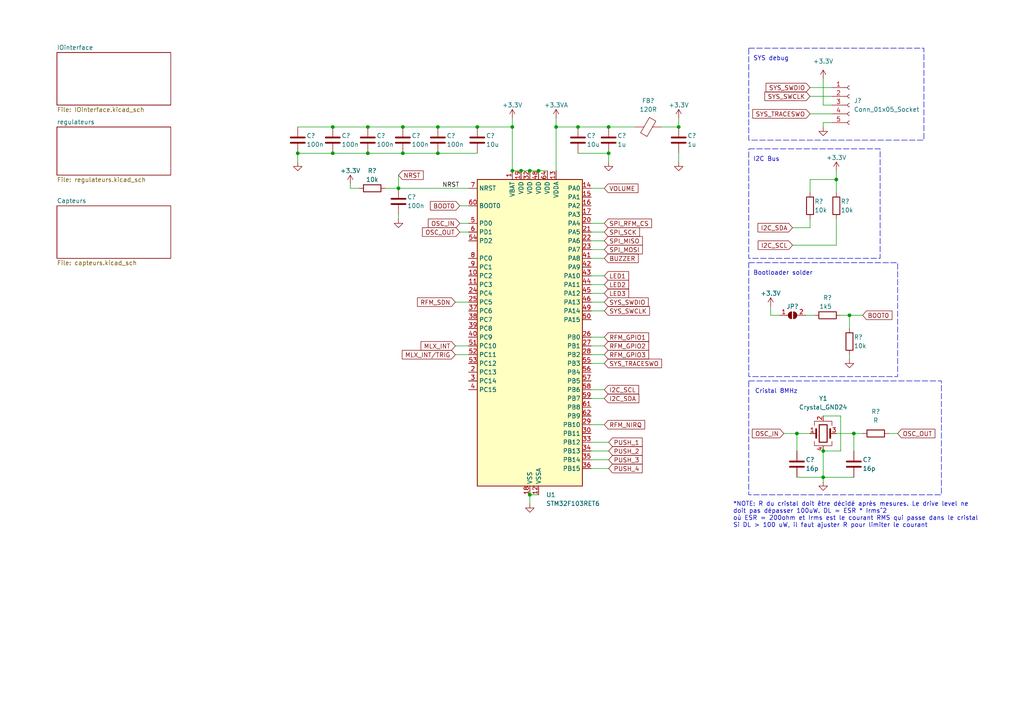
<source format=kicad_sch>
(kicad_sch (version 20231120) (generator "eeschema") (generator_version "8.0")
  (paper "A4")
  (lib_symbols
    (symbol "Connector:Conn_01x05_Socket" (pin_names (offset 1.016) hide)
      (property "Reference" "J" (at 0 7.62 0))
      (property "Value" "Conn_01x05_Socket" (at 0 -7.62 0))
      (symbol "Conn_01x05_Socket_1_1"
        (arc (start 0 -4.572) (mid -0.5058 -5.08) (end 0 -5.588) (stroke (width 0.1524)))
        (arc (start 0 -2.032) (mid -0.5058 -2.54) (end 0 -3.048) (stroke (width 0.1524)))
        (polyline (pts (xy -1.27 -5.08) (xy -0.508 -5.08)) (stroke (width 0.1524)))
        (polyline (pts (xy -1.27 -2.54) (xy -0.508 -2.54)) (stroke (width 0.1524)))
        (polyline (pts (xy -1.27 0) (xy -0.508 0)) (stroke (width 0.1524)))
        (polyline (pts (xy -1.27 2.54) (xy -0.508 2.54)) (stroke (width 0.1524)))
        (polyline (pts (xy -1.27 5.08) (xy -0.508 5.08)) (stroke (width 0.1524)))
        (arc (start 0 0.508) (mid -0.5058 0) (end 0 -0.508) (stroke (width 0.1524)))
        (arc (start 0 3.048) (mid -0.5058 2.54) (end 0 2.032) (stroke (width 0.1524)))
        (arc (start 0 5.588) (mid -0.5058 5.08) (end 0 4.572) (stroke (width 0.1524)))
        (pin passive line (at -5.08 5.08 0) (length 3.81) (name "Pin_1") (number "1"))
        (pin passive line (at -5.08 2.54 0) (length 3.81) (name "Pin_2") (number "2"))
        (pin passive line (at -5.08 0 0) (length 3.81) (name "Pin_3") (number "3"))
        (pin passive line (at -5.08 -2.54 0) (length 3.81) (name "Pin_4") (number "4"))
        (pin passive line (at -5.08 -5.08 0) (length 3.81) (name "Pin_5") (number "5"))
      )
    )
    (symbol "Device:C" (pin_numbers hide) (pin_names (offset 0.254))
      (property "Reference" "C" (at 0.635 2.54 0))
      (property "Value" "C" (at 0.635 -2.54 0))
      (symbol "C_0_1"
        (polyline (pts (xy -2.032 -0.762) (xy 2.032 -0.762)) (stroke (width 0.508)))
        (polyline (pts (xy -2.032 0.762) (xy 2.032 0.762)) (stroke (width 0.508)))
      )
      (symbol "C_1_1"
        (pin passive line (at 0 3.81 270) (length 2.794) (name "~") (number "1"))
        (pin passive line (at 0 -3.81 90) (length 2.794) (name "~") (number "2"))
      )
    )
    (symbol "Device:Crystal_GND24" (pin_names (offset 1.016) hide)
      (property "Reference" "Y" (at 3.175 5.08 0))
      (property "Value" "Crystal_GND24" (at 3.175 3.175 0))
      (symbol "Crystal_GND24_0_1"
        (rectangle (start -1.143 2.54) (end 1.143 -2.54) (stroke (width 0.3048)))
        (polyline (pts (xy -2.54 0) (xy -2.032 0)))
        (polyline (pts (xy -2.032 -1.27) (xy -2.032 1.27)) (stroke (width 0.508)))
        (polyline (pts (xy 0 -3.81) (xy 0 -3.556)))
        (polyline (pts (xy 0 3.556) (xy 0 3.81)))
        (polyline (pts (xy 2.032 -1.27) (xy 2.032 1.27)) (stroke (width 0.508)))
        (polyline (pts (xy 2.032 0) (xy 2.54 0)))
        (polyline (pts (xy -2.54 -2.286) (xy -2.54 -3.556) (xy 2.54 -3.556) (xy 2.54 -2.286)))
        (polyline (pts (xy -2.54 2.286) (xy -2.54 3.556) (xy 2.54 3.556) (xy 2.54 2.286)))
      )
      (symbol "Crystal_GND24_1_1"
        (pin passive line (at -3.81 0 0) (length 1.27) (name "1") (number "1"))
        (pin passive line (at 0 5.08 270) (length 1.27) (name "2") (number "2"))
        (pin passive line (at 3.81 0 180) (length 1.27) (name "3") (number "3"))
        (pin passive line (at 0 -5.08 90) (length 1.27) (name "4") (number "4"))
      )
    )
    (symbol "Device:FerriteBead" (pin_numbers hide) (pin_names (offset 0))
      (property "Reference" "FB" (at -3.81 0.635 90))
      (property "Value" "FerriteBead" (at 3.81 0 90))
      (symbol "FerriteBead_0_1"
        (polyline (pts (xy 0 -1.27) (xy 0 -1.2192)))
        (polyline (pts (xy 0 1.27) (xy 0 1.2954)))
        (polyline (pts (xy -2.7686 0.4064) (xy -1.7018 2.2606) (xy 2.7686 -0.3048) (xy 1.6764 -2.159) (xy -2.7686 0.4064)))
      )
      (symbol "FerriteBead_1_1"
        (pin passive line (at 0 3.81 270) (length 2.54) (name "~") (number "1"))
        (pin passive line (at 0 -3.81 90) (length 2.54) (name "~") (number "2"))
      )
    )
    (symbol "Device:R" (pin_numbers hide) (pin_names (offset 0))
      (property "Reference" "R" (at 2.032 0 90))
      (property "Value" "R" (at 0 0 90))
      (symbol "R_0_1"
        (rectangle (start -1.016 -2.54) (end 1.016 2.54) (stroke (width 0.254)))
      )
      (symbol "R_1_1"
        (pin passive line (at 0 3.81 270) (length 1.27) (name "~") (number "1"))
        (pin passive line (at 0 -3.81 90) (length 1.27) (name "~") (number "2"))
      )
    )
    (symbol "Jumper:SolderJumper_2_Open" (pin_names (offset 0) hide)
      (property "Reference" "JP" (at 0 2.032 0))
      (property "Value" "SolderJumper_2_Open" (at 0 -2.54 0))
      (symbol "SolderJumper_2_Open_0_1"
        (arc (start -0.254 1.016) (mid -1.2656 0) (end -0.254 -1.016))
        (arc (start -0.254 1.016) (mid -1.2656 0) (end -0.254 -1.016) (fill (type outline)))
        (polyline (pts (xy -0.254 1.016) (xy -0.254 -1.016)))
        (polyline (pts (xy 0.254 1.016) (xy 0.254 -1.016)))
        (arc (start 0.254 -1.016) (mid 1.2656 0) (end 0.254 1.016))
        (arc (start 0.254 -1.016) (mid 1.2656 0) (end 0.254 1.016) (fill (type outline)))
      )
      (symbol "SolderJumper_2_Open_1_1"
        (pin passive line (at -3.81 0 0) (length 2.54) (name "A") (number "1"))
        (pin passive line (at 3.81 0 180) (length 2.54) (name "B") (number "2"))
      )
    )
    (symbol "power:+3.3V" (power) (pin_names (offset 0))
      (property "Value" "+3.3V" (at 0 3.556 0))
      (symbol "+3.3V_0_1"
        (polyline (pts (xy -0.762 1.27) (xy 0 2.54)))
        (polyline (pts (xy 0 0) (xy 0 2.54)))
        (polyline (pts (xy 0 2.54) (xy 0.762 1.27)))
      )
      (symbol "+3.3V_1_1"
        (pin power_in line (at 0 0 90) (length 0) hide (name "+3.3V") (number "1"))
      )
    )
    (symbol "power:+3.3VA" (power) (pin_names (offset 0))
      (property "Value" "+3.3VA" (at 0 3.556 0))
      (symbol "+3.3VA_0_1"
        (polyline (pts (xy -0.762 1.27) (xy 0 2.54)))
        (polyline (pts (xy 0 0) (xy 0 2.54)))
        (polyline (pts (xy 0 2.54) (xy 0.762 1.27)))
      )
      (symbol "+3.3VA_1_1"
        (pin power_in line (at 0 0 90) (length 0) hide (name "+3.3VA") (number "1"))
      )
    )
    (symbol "power:GND" (power) (pin_names (offset 0))
      (property "Value" "GND" (at 0 -3.81 0))
      (symbol "GND_0_1"
        (polyline (pts (xy 0 0) (xy 0 -1.27) (xy 1.27 -1.27) (xy 0 -2.54) (xy -1.27 -1.27) (xy 0 -1.27)))
      )
      (symbol "GND_1_1"
        (pin power_in line (at 0 0 270) (length 0) hide (name "GND") (number "1"))
      )
    )
    (symbol "symbol-receiver:STM32F103RET6"
      (property "Reference" "U" (at -15.24 46.99 0))
      (property "Value" "STM32F103RET6" (at 10.16 46.99 0))
      (symbol "STM32F103RET6_0_1"
        (rectangle (start -15.24 -43.18) (end 15.24 45.72) (stroke (width 0.254)) (fill (type background)))
      )
      (symbol "STM32F103RET6_1_1"
        (pin power_in line (at -5.08 48.26 270) (length 2.54) (name "VBAT") (number "1"))
        (pin bidirectional line (at -17.78 17.78 0) (length 2.54) (name "PC2") (number "10"))
        (pin bidirectional line (at -17.78 15.24 0) (length 2.54) (name "PC3") (number "11"))
        (pin power_in line (at 2.54 -45.72 90) (length 2.54) (name "VSSA") (number "12"))
        (pin power_in line (at 7.62 48.26 270) (length 2.54) (name "VDDA") (number "13"))
        (pin bidirectional line (at 17.78 43.18 180) (length 2.54) (name "PA0") (number "14"))
        (pin bidirectional line (at 17.78 40.64 180) (length 2.54) (name "PA1") (number "15"))
        (pin bidirectional line (at 17.78 38.1 180) (length 2.54) (name "PA2") (number "16"))
        (pin bidirectional line (at 17.78 35.56 180) (length 2.54) (name "PA3") (number "17"))
        (pin power_in line (at 0 -45.72 90) (length 2.54) (name "VSS") (number "18"))
        (pin power_in line (at -2.54 48.26 270) (length 2.54) (name "VDD") (number "19"))
        (pin bidirectional line (at -17.78 -10.16 0) (length 2.54) (name "PC13") (number "2"))
        (pin bidirectional line (at 17.78 33.02 180) (length 2.54) (name "PA4") (number "20"))
        (pin bidirectional line (at 17.78 30.48 180) (length 2.54) (name "PA5") (number "21"))
        (pin bidirectional line (at 17.78 27.94 180) (length 2.54) (name "PA6") (number "22"))
        (pin bidirectional line (at 17.78 25.4 180) (length 2.54) (name "PA7") (number "23"))
        (pin bidirectional line (at -17.78 12.7 0) (length 2.54) (name "PC4") (number "24"))
        (pin bidirectional line (at -17.78 10.16 0) (length 2.54) (name "PC5") (number "25"))
        (pin bidirectional line (at 17.78 0 180) (length 2.54) (name "PB0") (number "26"))
        (pin bidirectional line (at 17.78 -2.54 180) (length 2.54) (name "PB1") (number "27"))
        (pin bidirectional line (at 17.78 -5.08 180) (length 2.54) (name "PB2") (number "28"))
        (pin bidirectional line (at 17.78 -25.4 180) (length 2.54) (name "PB10") (number "29"))
        (pin bidirectional line (at -17.78 -12.7 0) (length 2.54) (name "PC14") (number "3"))
        (pin bidirectional line (at 17.78 -27.94 180) (length 2.54) (name "PB11") (number "30"))
        (pin passive line (at 0 -45.72 90) (length 2.54) hide (name "VSS") (number "31"))
        (pin power_in line (at 0 48.26 270) (length 2.54) (name "VDD") (number "32"))
        (pin bidirectional line (at 17.78 -30.48 180) (length 2.54) (name "PB12") (number "33"))
        (pin bidirectional line (at 17.78 -33.02 180) (length 2.54) (name "PB13") (number "34"))
        (pin bidirectional line (at 17.78 -35.56 180) (length 2.54) (name "PB14") (number "35"))
        (pin bidirectional line (at 17.78 -38.1 180) (length 2.54) (name "PB15") (number "36"))
        (pin bidirectional line (at -17.78 7.62 0) (length 2.54) (name "PC6") (number "37"))
        (pin bidirectional line (at -17.78 5.08 0) (length 2.54) (name "PC7") (number "38"))
        (pin bidirectional line (at -17.78 2.54 0) (length 2.54) (name "PC8") (number "39"))
        (pin bidirectional line (at -17.78 -15.24 0) (length 2.54) (name "PC15") (number "4"))
        (pin bidirectional line (at -17.78 0 0) (length 2.54) (name "PC9") (number "40"))
        (pin bidirectional line (at 17.78 22.86 180) (length 2.54) (name "PA8") (number "41"))
        (pin bidirectional line (at 17.78 20.32 180) (length 2.54) (name "PA9") (number "42"))
        (pin bidirectional line (at 17.78 17.78 180) (length 2.54) (name "PA10") (number "43"))
        (pin bidirectional line (at 17.78 15.24 180) (length 2.54) (name "PA11") (number "44"))
        (pin bidirectional line (at 17.78 12.7 180) (length 2.54) (name "PA12") (number "45"))
        (pin bidirectional line (at 17.78 10.16 180) (length 2.54) (name "PA13") (number "46"))
        (pin passive line (at 0 -45.72 90) (length 2.54) hide (name "VSS") (number "47"))
        (pin power_in line (at 2.54 48.26 270) (length 2.54) (name "VDD") (number "48"))
        (pin bidirectional line (at 17.78 7.62 180) (length 2.54) (name "PA14") (number "49"))
        (pin bidirectional line (at -17.78 33.02 0) (length 2.54) (name "PD0") (number "5"))
        (pin bidirectional line (at 17.78 5.08 180) (length 2.54) (name "PA15") (number "50"))
        (pin bidirectional line (at -17.78 -2.54 0) (length 2.54) (name "PC10") (number "51"))
        (pin bidirectional line (at -17.78 -5.08 0) (length 2.54) (name "PC11") (number "52"))
        (pin bidirectional line (at -17.78 -7.62 0) (length 2.54) (name "PC12") (number "53"))
        (pin bidirectional line (at -17.78 27.94 0) (length 2.54) (name "PD2") (number "54"))
        (pin bidirectional line (at 17.78 -7.62 180) (length 2.54) (name "PB3") (number "55"))
        (pin bidirectional line (at 17.78 -10.16 180) (length 2.54) (name "PB4") (number "56"))
        (pin bidirectional line (at 17.78 -12.7 180) (length 2.54) (name "PB5") (number "57"))
        (pin bidirectional line (at 17.78 -15.24 180) (length 2.54) (name "PB6") (number "58"))
        (pin bidirectional line (at 17.78 -17.78 180) (length 2.54) (name "PB7") (number "59"))
        (pin bidirectional line (at -17.78 30.48 0) (length 2.54) (name "PD1") (number "6"))
        (pin input line (at -17.78 38.1 0) (length 2.54) (name "BOOT0") (number "60"))
        (pin bidirectional line (at 17.78 -20.32 180) (length 2.54) (name "PB8") (number "61"))
        (pin bidirectional line (at 17.78 -22.86 180) (length 2.54) (name "PB9") (number "62"))
        (pin passive line (at 0 -45.72 90) (length 2.54) hide (name "VSS") (number "63"))
        (pin power_in line (at 5.08 48.26 270) (length 2.54) (name "VDD") (number "64"))
        (pin input line (at -17.78 43.18 0) (length 2.54) (name "NRST") (number "7"))
        (pin bidirectional line (at -17.78 22.86 0) (length 2.54) (name "PC0") (number "8"))
        (pin bidirectional line (at -17.78 20.32 0) (length 2.54) (name "PC1") (number "9"))
      )
    )
  )
  (junction (at 106.68 36.83))
  (junction (at 176.53 36.83))
  (junction (at 156.21 49.53))
  (junction (at 148.59 36.83))
  (junction (at 231.14 125.73))
  (junction (at 246.38 91.44))
  (junction (at 96.52 36.83))
  (junction (at 161.29 36.83))
  (junction (at 153.67 143.51))
  (junction (at 116.84 44.45))
  (junction (at 96.52 44.45))
  (junction (at 148.59 49.53))
  (junction (at 86.36 44.45))
  (junction (at 116.84 36.83))
  (junction (at 242.57 52.07))
  (junction (at 106.68 44.45))
  (junction (at 151.13 49.53))
  (junction (at 127 44.45))
  (junction (at 247.65 125.73))
  (junction (at 115.57 54.61))
  (junction (at 238.76 130.81))
  (junction (at 196.85 36.83))
  (junction (at 238.76 138.43))
  (junction (at 138.43 36.83))
  (junction (at 167.64 36.83))
  (junction (at 153.67 49.53))
  (junction (at 176.53 44.45))
  (junction (at 127 36.83))
  (wire (pts (xy 132.08 100.33) (xy 135.89 100.33)))
  (wire (pts (xy 153.67 49.53) (xy 156.21 49.53)))
  (wire (pts (xy 86.36 44.45) (xy 86.36 46.99)))
  (wire (pts (xy 167.64 36.83) (xy 176.53 36.83)))
  (wire (pts (xy 246.38 102.87) (xy 246.38 104.14)))
  (wire (pts (xy 191.77 36.83) (xy 196.85 36.83)))
  (wire (pts (xy 101.6 54.61) (xy 104.14 54.61)))
  (wire (pts (xy 171.45 135.89) (xy 176.53 135.89)))
  (wire (pts (xy 238.76 138.43) (xy 238.76 130.81)))
  (wire (pts (xy 241.3 30.48) (xy 238.76 30.48)))
  (wire (pts (xy 176.53 36.83) (xy 184.15 36.83)))
  (wire (pts (xy 238.76 120.65) (xy 243.84 120.65)))
  (wire (pts (xy 238.76 36.83) (xy 238.76 35.56)))
  (wire (pts (xy 151.13 49.53) (xy 153.67 49.53)))
  (wire (pts (xy 223.52 91.44) (xy 226.06 91.44)))
  (wire (pts (xy 161.29 36.83) (xy 161.29 49.53)))
  (wire (pts (xy 234.95 52.07) (xy 242.57 52.07)))
  (wire (pts (xy 238.76 139.7) (xy 238.76 138.43)))
  (wire (pts (xy 138.43 36.83) (xy 148.59 36.83)))
  (wire (pts (xy 246.38 91.44) (xy 246.38 95.25)))
  (wire (pts (xy 171.45 90.17) (xy 175.26 90.17)))
  (wire (pts (xy 153.67 143.51) (xy 153.67 146.05)))
  (wire (pts (xy 246.38 91.44) (xy 250.19 91.44)))
  (wire (pts (xy 171.45 85.09) (xy 175.26 85.09)))
  (wire (pts (xy 231.14 138.43) (xy 238.76 138.43)))
  (wire (pts (xy 171.45 100.33) (xy 175.26 100.33)))
  (wire (pts (xy 116.84 36.83) (xy 127 36.83)))
  (wire (pts (xy 171.45 64.77) (xy 175.26 64.77)))
  (wire (pts (xy 196.85 34.29) (xy 196.85 36.83)))
  (wire (pts (xy 116.84 44.45) (xy 106.68 44.45)))
  (wire (pts (xy 247.65 125.73) (xy 247.65 130.81)))
  (wire (pts (xy 234.95 25.4) (xy 241.3 25.4)))
  (wire (pts (xy 135.89 64.77) (xy 133.35 64.77)))
  (wire (pts (xy 171.45 97.79) (xy 175.26 97.79)))
  (wire (pts (xy 243.84 120.65) (xy 243.84 130.81)))
  (wire (pts (xy 171.45 67.31) (xy 175.26 67.31)))
  (wire (pts (xy 171.45 54.61) (xy 175.26 54.61)))
  (wire (pts (xy 231.14 125.73) (xy 234.95 125.73)))
  (wire (pts (xy 171.45 82.55) (xy 175.26 82.55)))
  (wire (pts (xy 115.57 50.8) (xy 115.57 54.61)))
  (wire (pts (xy 176.53 44.45) (xy 176.53 46.99)))
  (wire (pts (xy 127 36.83) (xy 138.43 36.83)))
  (wire (pts (xy 171.45 74.93) (xy 175.26 74.93)))
  (wire (pts (xy 111.76 54.61) (xy 115.57 54.61)))
  (wire (pts (xy 238.76 35.56) (xy 241.3 35.56)))
  (wire (pts (xy 242.57 49.53) (xy 242.57 52.07)))
  (wire (pts (xy 161.29 34.29) (xy 161.29 36.83)))
  (wire (pts (xy 229.87 71.12) (xy 242.57 71.12)))
  (wire (pts (xy 138.43 44.45) (xy 127 44.45)))
  (wire (pts (xy 233.68 91.44) (xy 236.22 91.44)))
  (wire (pts (xy 133.35 67.31) (xy 135.89 67.31)))
  (wire (pts (xy 238.76 138.43) (xy 247.65 138.43)))
  (wire (pts (xy 229.87 66.04) (xy 234.95 66.04)))
  (wire (pts (xy 223.52 88.9) (xy 223.52 91.44)))
  (wire (pts (xy 106.68 44.45) (xy 96.52 44.45)))
  (wire (pts (xy 132.08 102.87) (xy 135.89 102.87)))
  (wire (pts (xy 171.45 72.39) (xy 175.26 72.39)))
  (wire (pts (xy 148.59 34.29) (xy 148.59 36.83)))
  (wire (pts (xy 133.35 59.69) (xy 135.89 59.69)))
  (wire (pts (xy 171.45 80.01) (xy 175.26 80.01)))
  (wire (pts (xy 86.36 36.83) (xy 96.52 36.83)))
  (wire (pts (xy 234.95 33.02) (xy 241.3 33.02)))
  (wire (pts (xy 156.21 49.53) (xy 158.75 49.53)))
  (wire (pts (xy 171.45 130.81) (xy 176.53 130.81)))
  (wire (pts (xy 231.14 125.73) (xy 231.14 130.81)))
  (wire (pts (xy 171.45 105.41) (xy 175.26 105.41)))
  (wire (pts (xy 171.45 128.27) (xy 176.53 128.27)))
  (wire (pts (xy 243.84 91.44) (xy 246.38 91.44)))
  (wire (pts (xy 101.6 53.34) (xy 101.6 54.61)))
  (wire (pts (xy 242.57 52.07) (xy 242.57 55.88)))
  (wire (pts (xy 96.52 36.83) (xy 106.68 36.83)))
  (wire (pts (xy 171.45 133.35) (xy 176.53 133.35)))
  (wire (pts (xy 257.81 125.73) (xy 260.35 125.73)))
  (wire (pts (xy 115.57 54.61) (xy 135.89 54.61)))
  (wire (pts (xy 171.45 102.87) (xy 175.26 102.87)))
  (wire (pts (xy 153.67 143.51) (xy 156.21 143.51)))
  (wire (pts (xy 132.08 87.63) (xy 135.89 87.63)))
  (wire (pts (xy 234.95 27.94) (xy 241.3 27.94)))
  (wire (pts (xy 148.59 36.83) (xy 148.59 49.53)))
  (wire (pts (xy 238.76 22.86) (xy 238.76 30.48)))
  (wire (pts (xy 171.45 113.03) (xy 175.26 113.03)))
  (wire (pts (xy 171.45 69.85) (xy 175.26 69.85)))
  (wire (pts (xy 96.52 44.45) (xy 86.36 44.45)))
  (wire (pts (xy 161.29 36.83) (xy 167.64 36.83)))
  (wire (pts (xy 148.59 49.53) (xy 151.13 49.53)))
  (wire (pts (xy 242.57 125.73) (xy 247.65 125.73)))
  (wire (pts (xy 227.33 125.73) (xy 231.14 125.73)))
  (wire (pts (xy 247.65 125.73) (xy 250.19 125.73)))
  (wire (pts (xy 127 44.45) (xy 116.84 44.45)))
  (wire (pts (xy 242.57 71.12) (xy 242.57 63.5)))
  (wire (pts (xy 171.45 123.19) (xy 175.26 123.19)))
  (wire (pts (xy 196.85 46.99) (xy 196.85 44.45)))
  (wire (pts (xy 234.95 55.88) (xy 234.95 52.07)))
  (wire (pts (xy 171.45 115.57) (xy 175.26 115.57)))
  (wire (pts (xy 115.57 62.23) (xy 115.57 63.5)))
  (wire (pts (xy 167.64 44.45) (xy 176.53 44.45)))
  (wire (pts (xy 234.95 66.04) (xy 234.95 63.5)))
  (wire (pts (xy 243.84 130.81) (xy 238.76 130.81)))
  (wire (pts (xy 106.68 36.83) (xy 116.84 36.83)))
  (wire (pts (xy 171.45 87.63) (xy 175.26 87.63)))
  (rectangle (start 217.17 13.97) (end 267.97 40.64) (stroke (width 0) (type dash)))
  (rectangle (start 217.17 76.2) (end 260.35 109.22) (stroke (width 0) (type dash)))
  (rectangle (start 217.17 110.49) (end 273.05 143.51) (stroke (width 0) (type dash)))
  (rectangle (start 217.17 43.18) (end 255.27 74.93) (stroke (width 0) (type dash)))
  (text "I2C Bus" (at 218.44 46.99 0) (effects (font (size 1.27 1.27)) (justify left bottom)))
  (text "Cristal 8MHz" (at 218.948 114.3 0) (effects (font (size 1.27 1.27)) (justify left bottom)))
  (text "Bootloader solder" (at 218.44 80.01 0) (effects (font (size 1.27 1.27)) (justify left bottom)))
  (text "SYS debug\n" (at 218.44 17.78 0) (effects (font (size 1.27 1.27)) (justify left bottom)))
  (text "*NOTE: R du cristal doit être décidé après mesures. Le drive level ne\ndoit pas dépasser 100uW. DL = ESR * Irms^2\noù ESR = 200ohm et Irms est le courant RMS qui passe dans le cristal\nSi DL > 100 uW, il faut ajuster R pour limiter le courant" (at 212.598 149.352 0) (effects (font (size 1.27 1.27)) (justify left)))
  (label "NRST" (at 128.27 54.61 0))
  (global_label "MLX_INT{slash}TRIG" (shape input) (at 132.08 102.87 180) (property "Intersheetrefs" "${INTERSHEET_REFS}" (effects (hide yes))))
  (global_label "SPI_RFM_CS" (shape input) (at 175.26 64.77 0) (property "Intersheetrefs" "${INTERSHEET_REFS}" (effects (hide yes))))
  (global_label "RFM_GPIO2" (shape input) (at 175.26 100.33 0) (property "Intersheetrefs" "${INTERSHEET_REFS}" (effects (hide yes))))
  (global_label "OSC_IN" (shape input) (at 227.33 125.73 180) (property "Intersheetrefs" "${INTERSHEET_REFS}" (effects (hide yes))))
  (global_label "PUSH_4" (shape input) (at 176.53 135.89 0) (property "Intersheetrefs" "${INTERSHEET_REFS}" (effects (hide yes))))
  (global_label "VOLUME" (shape input) (at 175.26 54.61 0) (property "Intersheetrefs" "${INTERSHEET_REFS}" (effects (hide yes))))
  (global_label "BOOT0" (shape input) (at 250.19 91.44 0) (property "Intersheetrefs" "${INTERSHEET_REFS}" (effects (hide yes))))
  (global_label "LED1" (shape input) (at 175.26 80.01 0) (property "Intersheetrefs" "${INTERSHEET_REFS}" (effects (hide yes))))
  (global_label "PUSH_3" (shape input) (at 176.53 133.35 0) (property "Intersheetrefs" "${INTERSHEET_REFS}" (effects (hide yes))))
  (global_label "I2C_SDA" (shape input) (at 229.87 66.04 180) (property "Intersheetrefs" "${INTERSHEET_REFS}" (effects (hide yes))))
  (global_label "I2C_SCL" (shape input) (at 229.87 71.12 180) (property "Intersheetrefs" "${INTERSHEET_REFS}" (effects (hide yes))))
  (global_label "LED2" (shape input) (at 175.26 82.55 0) (property "Intersheetrefs" "${INTERSHEET_REFS}" (effects (hide yes))))
  (global_label "I2C_SCL" (shape input) (at 175.26 113.03 0) (property "Intersheetrefs" "${INTERSHEET_REFS}" (effects (hide yes))))
  (global_label "SPI_MISO" (shape input) (at 175.26 69.85 0) (property "Intersheetrefs" "${INTERSHEET_REFS}" (effects (hide yes))))
  (global_label "PUSH_1" (shape input) (at 176.53 128.27 0) (property "Intersheetrefs" "${INTERSHEET_REFS}" (effects (hide yes))))
  (global_label "BUZZER" (shape input) (at 175.26 74.93 0) (property "Intersheetrefs" "${INTERSHEET_REFS}" (effects (hide yes))))
  (global_label "SYS_TRACESWO" (shape input) (at 234.95 33.02 180) (property "Intersheetrefs" "${INTERSHEET_REFS}" (effects (hide yes))))
  (global_label "SYS_SWCLK" (shape input) (at 234.95 27.94 180) (property "Intersheetrefs" "${INTERSHEET_REFS}" (effects (hide yes))))
  (global_label "SPI_MOSI" (shape input) (at 175.26 72.39 0) (property "Intersheetrefs" "${INTERSHEET_REFS}" (effects (hide yes))))
  (global_label "SYS_TRACESWO" (shape input) (at 175.26 105.41 0) (property "Intersheetrefs" "${INTERSHEET_REFS}" (effects (hide yes))))
  (global_label "RFM_GPIO3" (shape input) (at 175.26 102.87 0) (property "Intersheetrefs" "${INTERSHEET_REFS}" (effects (hide yes))))
  (global_label "OSC_IN" (shape input) (at 133.35 64.77 180) (property "Intersheetrefs" "${INTERSHEET_REFS}" (effects (hide yes))))
  (global_label "NRST" (shape input) (at 115.57 50.8 0) (property "Intersheetrefs" "${INTERSHEET_REFS}" (effects (hide yes))))
  (global_label "SYS_SWDIO" (shape input) (at 234.95 25.4 180) (property "Intersheetrefs" "${INTERSHEET_REFS}" (effects (hide yes))))
  (global_label "MLX_INT" (shape input) (at 132.08 100.33 180) (property "Intersheetrefs" "${INTERSHEET_REFS}" (effects (hide yes))))
  (global_label "BOOT0" (shape input) (at 133.35 59.69 180) (property "Intersheetrefs" "${INTERSHEET_REFS}" (effects (hide yes))))
  (global_label "SYS_SWCLK" (shape input) (at 175.26 90.17 0) (property "Intersheetrefs" "${INTERSHEET_REFS}" (effects (hide yes))))
  (global_label "RFM_SDN" (shape input) (at 132.08 87.63 180) (property "Intersheetrefs" "${INTERSHEET_REFS}" (effects (hide yes))))
  (global_label "I2C_SDA" (shape input) (at 175.26 115.57 0) (property "Intersheetrefs" "${INTERSHEET_REFS}" (effects (hide yes))))
  (global_label "PUSH_2" (shape input) (at 176.53 130.81 0) (property "Intersheetrefs" "${INTERSHEET_REFS}" (effects (hide yes))))
  (global_label "SPI_SCK" (shape input) (at 175.26 67.31 0) (property "Intersheetrefs" "${INTERSHEET_REFS}" (effects (hide yes))))
  (global_label "SYS_SWDIO" (shape input) (at 175.26 87.63 0) (property "Intersheetrefs" "${INTERSHEET_REFS}" (effects (hide yes))))
  (global_label "RFM_GPIO1" (shape input) (at 175.26 97.79 0) (property "Intersheetrefs" "${INTERSHEET_REFS}" (effects (hide yes))))
  (global_label "OSC_OUT" (shape input) (at 133.35 67.31 180) (property "Intersheetrefs" "${INTERSHEET_REFS}" (effects (hide yes))))
  (global_label "LED3" (shape input) (at 175.26 85.09 0) (property "Intersheetrefs" "${INTERSHEET_REFS}" (effects (hide yes))))
  (global_label "OSC_OUT" (shape input) (at 260.35 125.73 0) (property "Intersheetrefs" "${INTERSHEET_REFS}" (effects (hide yes))))
  (global_label "RFM_NIRQ" (shape input) (at 175.26 123.19 0) (property "Intersheetrefs" "${INTERSHEET_REFS}" (effects (hide yes))))
  (symbol (lib_id "symbol-receiver:STM32F103RET6") (at 153.67 97.79 0) (unit 1)
    (property "Reference" "U1" (at 158.4041 143.51 0) (effects (justify left)))
    (property "Value" "STM32F103RET6" (at 158.4041 146.05 0) (effects (justify left)))
    (property "Footprint" "Footprints:LQFP64-10x10mm" (effects (hide yes)))
    (property "Datasheet" "https://www.st.com/resource/en/datasheet/stm32f103re.pdf" (effects (hide yes)))
  )
  (symbol (lib_id "power:GND") (at 176.53 46.99 0) (unit 1)
    (property "Reference" "#PWR025" (effects (hide yes)))
    (property "Value" "GND" (effects (hide yes)))
  )
  (symbol (lib_id "Device:R") (at 240.03 91.44 90) (unit 1)
    (property "Reference" "R?" (at 241.3 86.36 90) (effects (justify left)))
    (property "Value" "1k5" (at 241.3 88.9 90) (effects (justify left)))
  )
  (symbol (lib_id "power:GND") (at 238.76 139.7 0) (unit 1)
    (property "Reference" "#PWR028" (effects (hide yes)))
    (property "Value" "GND" (effects (hide yes)))
  )
  (symbol (lib_id "Device:C") (at 247.65 134.62 0) (unit 1)
    (property "Reference" "C?" (at 250.19 133.35 0) (effects (justify left)))
    (property "Value" "16p" (at 250.19 135.89 0) (effects (justify left)))
  )
  (symbol (lib_id "power:+3.3V") (at 196.85 34.29 0) (unit 1)
    (property "Reference" "#PWR027" (effects (hide yes)))
    (property "Value" "+3.3V" (at 196.85 30.48 0))
  )
  (symbol (lib_id "power:GND") (at 115.57 63.5 0) (unit 1)
    (property "Reference" "#PWR030" (effects (hide yes)))
    (property "Value" "GND" (effects (hide yes)))
  )
  (symbol (lib_id "Device:R") (at 107.95 54.61 90) (unit 1)
    (property "Reference" "R?" (at 107.95 49.53 90))
    (property "Value" "10k" (at 107.95 52.07 90))
  )
  (symbol (lib_id "Device:FerriteBead") (at 187.96 36.83 270) (unit 1)
    (property "Reference" "FB?" (at 188.0108 29.21 90))
    (property "Value" "120R" (at 188.0108 31.75 90))
    (property "Footprint" "Footprints:Ferrite_0603" (effects (hide yes)))
    (property "Datasheet" "https://www.digikey.ca/en/products/detail/vishay-dale/ILBB0603ER121V/2574888" (effects (hide yes)))
    (property "Description" "120 ohm @ 100 MHz" (effects (hide yes)))
  )
  (symbol (lib_id "power:GND") (at 153.67 146.05 0) (unit 1)
    (property "Reference" "#PWR015" (effects (hide yes)))
    (property "Value" "GND" (effects (hide yes)))
  )
  (symbol (lib_id "power:+3.3VA") (at 161.29 34.29 0) (unit 1)
    (property "Reference" "#PWR024" (effects (hide yes)))
    (property "Value" "+3.3VA" (at 161.29 30.48 0))
  )
  (symbol (lib_id "Device:C") (at 138.43 40.64 0) (unit 1)
    (property "Reference" "C?" (at 140.97 39.37 0) (effects (justify left)))
    (property "Value" "10u" (at 140.97 41.91 0) (effects (justify left)))
  )
  (symbol (lib_id "power:+3.3V") (at 148.59 34.29 0) (unit 1)
    (property "Reference" "#PWR016" (effects (hide yes)))
    (property "Value" "+3.3V" (at 148.59 30.48 0))
  )
  (symbol (lib_id "Jumper:SolderJumper_2_Open") (at 229.87 91.44 0) (unit 1)
    (property "Reference" "JP?" (at 229.87 88.9 0))
    (property "Value" "SolderJumper_2_Open" (effects (hide yes)))
  )
  (symbol (lib_id "power:+3.3V") (at 238.76 22.86 0) (unit 1)
    (property "Reference" "#PWR037" (effects (hide yes)))
    (property "Value" "+3.3V" (at 238.76 17.78 0))
  )
  (symbol (lib_id "power:+3.3V") (at 242.57 49.53 0) (unit 1)
    (property "Reference" "#PWR033" (effects (hide yes)))
    (property "Value" "+3.3V" (at 242.57 45.72 0))
  )
  (symbol (lib_id "Device:R") (at 234.95 59.69 0) (unit 1)
    (property "Reference" "R?" (at 236.22 58.42 0) (effects (justify left)))
    (property "Value" "10k" (at 236.22 60.96 0) (effects (justify left)))
  )
  (symbol (lib_id "Device:C") (at 96.52 40.64 0) (unit 1)
    (property "Reference" "C?" (at 99.06 39.37 0) (effects (justify left)))
    (property "Value" "100n" (at 99.06 41.91 0) (effects (justify left)))
  )
  (symbol (lib_id "Device:C") (at 106.68 40.64 0) (unit 1)
    (property "Reference" "C?" (at 109.22 39.37 0) (effects (justify left)))
    (property "Value" "100n" (at 109.22 41.91 0) (effects (justify left)))
  )
  (symbol (lib_id "Device:R") (at 246.38 99.06 0) (unit 1)
    (property "Reference" "R?" (at 247.65 97.79 0) (effects (justify left)))
    (property "Value" "10k" (at 247.65 100.33 0) (effects (justify left)))
  )
  (symbol (lib_id "power:GND") (at 196.85 46.99 0) (unit 1)
    (property "Reference" "#PWR026" (effects (hide yes)))
    (property "Value" "GND" (effects (hide yes)))
  )
  (symbol (lib_id "Device:C") (at 231.14 134.62 0) (unit 1)
    (property "Reference" "C?" (at 233.68 133.35 0) (effects (justify left)))
    (property "Value" "16p" (at 233.68 135.89 0) (effects (justify left)))
  )
  (symbol (lib_id "Device:C") (at 196.85 40.64 0) (unit 1)
    (property "Reference" "C?" (at 199.39 39.37 0) (effects (justify left)))
    (property "Value" "1u" (at 199.39 41.91 0) (effects (justify left)))
  )
  (symbol (lib_id "Device:C") (at 176.53 40.64 0) (unit 1)
    (property "Reference" "C?" (at 179.07 39.37 0) (effects (justify left)))
    (property "Value" "1u" (at 179.07 41.91 0) (effects (justify left)))
  )
  (symbol (lib_id "Device:C") (at 116.84 40.64 0) (unit 1)
    (property "Reference" "C?" (at 119.38 39.37 0) (effects (justify left)))
    (property "Value" "100n" (at 119.38 41.91 0) (effects (justify left)))
  )
  (symbol (lib_id "power:+3.3V") (at 101.6 53.34 0) (unit 1)
    (property "Reference" "#PWR029" (effects (hide yes)))
    (property "Value" "+3.3V" (at 101.6 49.53 0))
  )
  (symbol (lib_id "power:+3.3V") (at 223.52 88.9 0) (unit 1)
    (property "Reference" "#PWR034" (effects (hide yes)))
    (property "Value" "+3.3V" (at 223.52 85.09 0))
  )
  (symbol (lib_id "Device:R") (at 254 125.73 90) (unit 1)
    (property "Reference" "R?" (at 254 119.38 90))
    (property "Value" "R" (at 254 121.92 90))
  )
  (symbol (lib_id "Device:C") (at 167.64 40.64 0) (unit 1)
    (property "Reference" "C?" (at 170.18 39.37 0) (effects (justify left)))
    (property "Value" "10u" (at 170.18 41.91 0) (effects (justify left)))
  )
  (symbol (lib_id "power:GND") (at 238.76 36.83 0) (unit 1)
    (property "Reference" "#PWR038" (effects (hide yes)))
    (property "Value" "GND" (effects (hide yes)))
  )
  (symbol (lib_id "Connector:Conn_01x05_Socket") (at 246.38 30.48 0) (unit 1)
    (property "Reference" "J?" (at 247.65 29.21 0) (effects (justify left)))
    (property "Value" "Conn_01x05_Socket" (at 247.65 31.75 0) (effects (justify left)))
  )
  (symbol (lib_id "Device:C") (at 115.57 58.42 0) (unit 1)
    (property "Reference" "C?" (at 118.11 57.15 0) (effects (justify left)))
    (property "Value" "100n" (at 118.11 59.69 0) (effects (justify left)))
  )
  (symbol (lib_id "Device:C") (at 86.36 40.64 0) (unit 1)
    (property "Reference" "C?" (at 88.9 39.37 0) (effects (justify left)))
    (property "Value" "100n" (at 88.9 41.91 0) (effects (justify left)))
  )
  (symbol (lib_id "Device:Crystal_GND24") (at 238.76 125.73 0) (unit 1)
    (property "Reference" "Y1" (at 238.76 115.57 0))
    (property "Value" "Crystal_GND24" (at 238.76 118.11 0))
    (property "Footprint" "Footprints:Crystal" (effects (hide yes)))
    (property "Datasheet" "https://www.digikey.ca/en/products/detail/nextgen-components/YG8M000000S418/17289334" (effects (hide yes)))
  )
  (symbol (lib_id "Device:C") (at 127 40.64 0) (unit 1)
    (property "Reference" "C?" (at 129.54 39.37 0) (effects (justify left)))
    (property "Value" "100n" (at 129.54 41.91 0) (effects (justify left)))
  )
  (symbol (lib_id "Device:R") (at 242.57 59.69 0) (unit 1)
    (property "Reference" "R?" (at 243.84 58.42 0) (effects (justify left)))
    (property "Value" "10k" (at 243.84 60.96 0) (effects (justify left)))
  )
  (symbol (lib_id "power:GND") (at 246.38 104.14 0) (unit 1)
    (property "Reference" "#PWR018" (effects (hide yes)))
    (property "Value" "GND" (effects (hide yes)))
  )
  (symbol (lib_id "power:GND") (at 86.36 46.99 0) (unit 1)
    (property "Reference" "#PWR023" (effects (hide yes)))
    (property "Value" "GND" (effects (hide yes)))
  )
  (sheet (at 16.51 15.24) (size 33.02 15.24) (stroke (width 0.1524))
    (property "Sheetname" "IOinterface" (at 16.51 14.5284 0) (effects (justify left bottom)))
    (property "Sheetfile" "IOinterface.kicad_sch" (at 16.51 31.0646 0) (effects (justify left top)))
  )
  (sheet (at 16.51 59.69) (size 33.02 15.24) (stroke (width 0.1524))
    (property "Sheetname" "Capteurs" (at 16.51 58.9784 0) (effects (justify left bottom)))
    (property "Sheetfile" "capteurs.kicad_sch" (at 16.51 75.5146 0) (effects (justify left top)))
  )
  (sheet (at 16.51 36.83) (size 33.02 13.97) (stroke (width 0.1524))
    (property "Sheetname" "regulateurs" (at 16.51 36.1184 0) (effects (justify left bottom)))
    (property "Sheetfile" "regulateurs.kicad_sch" (at 16.51 51.3846 0) (effects (justify left top)))
  )
)
</source>
